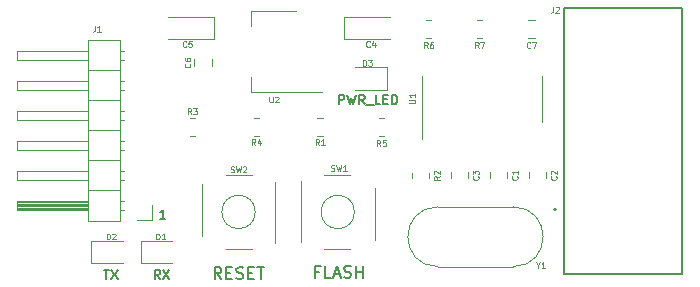
<source format=gbr>
%TF.GenerationSoftware,KiCad,Pcbnew,7.0.6*%
%TF.CreationDate,2024-04-30T21:30:12+02:00*%
%TF.ProjectId,F_Board_V1.1,465f426f-6172-4645-9f56-312e312e6b69,rev?*%
%TF.SameCoordinates,Original*%
%TF.FileFunction,Legend,Top*%
%TF.FilePolarity,Positive*%
%FSLAX46Y46*%
G04 Gerber Fmt 4.6, Leading zero omitted, Abs format (unit mm)*
G04 Created by KiCad (PCBNEW 7.0.6) date 2024-04-30 21:30:12*
%MOMM*%
%LPD*%
G01*
G04 APERTURE LIST*
%ADD10C,0.160000*%
%ADD11C,0.200000*%
%ADD12C,0.062500*%
%ADD13C,0.120000*%
%ADD14C,0.127000*%
G04 APERTURE END LIST*
D10*
X146852882Y-103393775D02*
X146586215Y-103012822D01*
X146395739Y-103393775D02*
X146395739Y-102593775D01*
X146395739Y-102593775D02*
X146700501Y-102593775D01*
X146700501Y-102593775D02*
X146776691Y-102631870D01*
X146776691Y-102631870D02*
X146814786Y-102669965D01*
X146814786Y-102669965D02*
X146852882Y-102746156D01*
X146852882Y-102746156D02*
X146852882Y-102860441D01*
X146852882Y-102860441D02*
X146814786Y-102936632D01*
X146814786Y-102936632D02*
X146776691Y-102974727D01*
X146776691Y-102974727D02*
X146700501Y-103012822D01*
X146700501Y-103012822D02*
X146395739Y-103012822D01*
X147119548Y-102593775D02*
X147652882Y-103393775D01*
X147652882Y-102593775D02*
X147119548Y-103393775D01*
D11*
X160303006Y-102743409D02*
X159969673Y-102743409D01*
X159969673Y-103267219D02*
X159969673Y-102267219D01*
X159969673Y-102267219D02*
X160445863Y-102267219D01*
X161303006Y-103267219D02*
X160826816Y-103267219D01*
X160826816Y-103267219D02*
X160826816Y-102267219D01*
X161588721Y-102981504D02*
X162064911Y-102981504D01*
X161493483Y-103267219D02*
X161826816Y-102267219D01*
X161826816Y-102267219D02*
X162160149Y-103267219D01*
X162445864Y-103219600D02*
X162588721Y-103267219D01*
X162588721Y-103267219D02*
X162826816Y-103267219D01*
X162826816Y-103267219D02*
X162922054Y-103219600D01*
X162922054Y-103219600D02*
X162969673Y-103171980D01*
X162969673Y-103171980D02*
X163017292Y-103076742D01*
X163017292Y-103076742D02*
X163017292Y-102981504D01*
X163017292Y-102981504D02*
X162969673Y-102886266D01*
X162969673Y-102886266D02*
X162922054Y-102838647D01*
X162922054Y-102838647D02*
X162826816Y-102791028D01*
X162826816Y-102791028D02*
X162636340Y-102743409D01*
X162636340Y-102743409D02*
X162541102Y-102695790D01*
X162541102Y-102695790D02*
X162493483Y-102648171D01*
X162493483Y-102648171D02*
X162445864Y-102552933D01*
X162445864Y-102552933D02*
X162445864Y-102457695D01*
X162445864Y-102457695D02*
X162493483Y-102362457D01*
X162493483Y-102362457D02*
X162541102Y-102314838D01*
X162541102Y-102314838D02*
X162636340Y-102267219D01*
X162636340Y-102267219D02*
X162874435Y-102267219D01*
X162874435Y-102267219D02*
X163017292Y-102314838D01*
X163445864Y-103267219D02*
X163445864Y-102267219D01*
X163445864Y-102743409D02*
X164017292Y-102743409D01*
X164017292Y-103267219D02*
X164017292Y-102267219D01*
D10*
X161995739Y-88593775D02*
X161995739Y-87793775D01*
X161995739Y-87793775D02*
X162300501Y-87793775D01*
X162300501Y-87793775D02*
X162376691Y-87831870D01*
X162376691Y-87831870D02*
X162414786Y-87869965D01*
X162414786Y-87869965D02*
X162452882Y-87946156D01*
X162452882Y-87946156D02*
X162452882Y-88060441D01*
X162452882Y-88060441D02*
X162414786Y-88136632D01*
X162414786Y-88136632D02*
X162376691Y-88174727D01*
X162376691Y-88174727D02*
X162300501Y-88212822D01*
X162300501Y-88212822D02*
X161995739Y-88212822D01*
X162719548Y-87793775D02*
X162910024Y-88593775D01*
X162910024Y-88593775D02*
X163062405Y-88022346D01*
X163062405Y-88022346D02*
X163214786Y-88593775D01*
X163214786Y-88593775D02*
X163405263Y-87793775D01*
X164167168Y-88593775D02*
X163900501Y-88212822D01*
X163710025Y-88593775D02*
X163710025Y-87793775D01*
X163710025Y-87793775D02*
X164014787Y-87793775D01*
X164014787Y-87793775D02*
X164090977Y-87831870D01*
X164090977Y-87831870D02*
X164129072Y-87869965D01*
X164129072Y-87869965D02*
X164167168Y-87946156D01*
X164167168Y-87946156D02*
X164167168Y-88060441D01*
X164167168Y-88060441D02*
X164129072Y-88136632D01*
X164129072Y-88136632D02*
X164090977Y-88174727D01*
X164090977Y-88174727D02*
X164014787Y-88212822D01*
X164014787Y-88212822D02*
X163710025Y-88212822D01*
X164319549Y-88669965D02*
X164929072Y-88669965D01*
X165500501Y-88593775D02*
X165119549Y-88593775D01*
X165119549Y-88593775D02*
X165119549Y-87793775D01*
X165767168Y-88174727D02*
X166033834Y-88174727D01*
X166148120Y-88593775D02*
X165767168Y-88593775D01*
X165767168Y-88593775D02*
X165767168Y-87793775D01*
X165767168Y-87793775D02*
X166148120Y-87793775D01*
X166490978Y-88593775D02*
X166490978Y-87793775D01*
X166490978Y-87793775D02*
X166681454Y-87793775D01*
X166681454Y-87793775D02*
X166795740Y-87831870D01*
X166795740Y-87831870D02*
X166871930Y-87908060D01*
X166871930Y-87908060D02*
X166910025Y-87984251D01*
X166910025Y-87984251D02*
X166948121Y-88136632D01*
X166948121Y-88136632D02*
X166948121Y-88250918D01*
X166948121Y-88250918D02*
X166910025Y-88403299D01*
X166910025Y-88403299D02*
X166871930Y-88479489D01*
X166871930Y-88479489D02*
X166795740Y-88555680D01*
X166795740Y-88555680D02*
X166681454Y-88593775D01*
X166681454Y-88593775D02*
X166490978Y-88593775D01*
X147314786Y-98293775D02*
X146857643Y-98293775D01*
X147086215Y-98293775D02*
X147086215Y-97493775D01*
X147086215Y-97493775D02*
X147010024Y-97608060D01*
X147010024Y-97608060D02*
X146933834Y-97684251D01*
X146933834Y-97684251D02*
X146857643Y-97722346D01*
X142081453Y-102593775D02*
X142538596Y-102593775D01*
X142310024Y-103393775D02*
X142310024Y-102593775D01*
X142729072Y-102593775D02*
X143262406Y-103393775D01*
X143262406Y-102593775D02*
X142729072Y-103393775D01*
D11*
X152041101Y-103367219D02*
X151707768Y-102891028D01*
X151469673Y-103367219D02*
X151469673Y-102367219D01*
X151469673Y-102367219D02*
X151850625Y-102367219D01*
X151850625Y-102367219D02*
X151945863Y-102414838D01*
X151945863Y-102414838D02*
X151993482Y-102462457D01*
X151993482Y-102462457D02*
X152041101Y-102557695D01*
X152041101Y-102557695D02*
X152041101Y-102700552D01*
X152041101Y-102700552D02*
X151993482Y-102795790D01*
X151993482Y-102795790D02*
X151945863Y-102843409D01*
X151945863Y-102843409D02*
X151850625Y-102891028D01*
X151850625Y-102891028D02*
X151469673Y-102891028D01*
X152469673Y-102843409D02*
X152803006Y-102843409D01*
X152945863Y-103367219D02*
X152469673Y-103367219D01*
X152469673Y-103367219D02*
X152469673Y-102367219D01*
X152469673Y-102367219D02*
X152945863Y-102367219D01*
X153326816Y-103319600D02*
X153469673Y-103367219D01*
X153469673Y-103367219D02*
X153707768Y-103367219D01*
X153707768Y-103367219D02*
X153803006Y-103319600D01*
X153803006Y-103319600D02*
X153850625Y-103271980D01*
X153850625Y-103271980D02*
X153898244Y-103176742D01*
X153898244Y-103176742D02*
X153898244Y-103081504D01*
X153898244Y-103081504D02*
X153850625Y-102986266D01*
X153850625Y-102986266D02*
X153803006Y-102938647D01*
X153803006Y-102938647D02*
X153707768Y-102891028D01*
X153707768Y-102891028D02*
X153517292Y-102843409D01*
X153517292Y-102843409D02*
X153422054Y-102795790D01*
X153422054Y-102795790D02*
X153374435Y-102748171D01*
X153374435Y-102748171D02*
X153326816Y-102652933D01*
X153326816Y-102652933D02*
X153326816Y-102557695D01*
X153326816Y-102557695D02*
X153374435Y-102462457D01*
X153374435Y-102462457D02*
X153422054Y-102414838D01*
X153422054Y-102414838D02*
X153517292Y-102367219D01*
X153517292Y-102367219D02*
X153755387Y-102367219D01*
X153755387Y-102367219D02*
X153898244Y-102414838D01*
X154326816Y-102843409D02*
X154660149Y-102843409D01*
X154803006Y-103367219D02*
X154326816Y-103367219D01*
X154326816Y-103367219D02*
X154326816Y-102367219D01*
X154326816Y-102367219D02*
X154803006Y-102367219D01*
X155088721Y-102367219D02*
X155660149Y-102367219D01*
X155374435Y-103367219D02*
X155374435Y-102367219D01*
D12*
X180380440Y-94683333D02*
X180404250Y-94707142D01*
X180404250Y-94707142D02*
X180428059Y-94778571D01*
X180428059Y-94778571D02*
X180428059Y-94826190D01*
X180428059Y-94826190D02*
X180404250Y-94897618D01*
X180404250Y-94897618D02*
X180356630Y-94945237D01*
X180356630Y-94945237D02*
X180309011Y-94969047D01*
X180309011Y-94969047D02*
X180213773Y-94992856D01*
X180213773Y-94992856D02*
X180142345Y-94992856D01*
X180142345Y-94992856D02*
X180047107Y-94969047D01*
X180047107Y-94969047D02*
X179999488Y-94945237D01*
X179999488Y-94945237D02*
X179951869Y-94897618D01*
X179951869Y-94897618D02*
X179928059Y-94826190D01*
X179928059Y-94826190D02*
X179928059Y-94778571D01*
X179928059Y-94778571D02*
X179951869Y-94707142D01*
X179951869Y-94707142D02*
X179975678Y-94683333D01*
X179975678Y-94492856D02*
X179951869Y-94469047D01*
X179951869Y-94469047D02*
X179928059Y-94421428D01*
X179928059Y-94421428D02*
X179928059Y-94302380D01*
X179928059Y-94302380D02*
X179951869Y-94254761D01*
X179951869Y-94254761D02*
X179975678Y-94230952D01*
X179975678Y-94230952D02*
X180023297Y-94207142D01*
X180023297Y-94207142D02*
X180070916Y-94207142D01*
X180070916Y-94207142D02*
X180142345Y-94230952D01*
X180142345Y-94230952D02*
X180428059Y-94516666D01*
X180428059Y-94516666D02*
X180428059Y-94207142D01*
X173816666Y-83828059D02*
X173650000Y-83589964D01*
X173530952Y-83828059D02*
X173530952Y-83328059D01*
X173530952Y-83328059D02*
X173721428Y-83328059D01*
X173721428Y-83328059D02*
X173769047Y-83351869D01*
X173769047Y-83351869D02*
X173792857Y-83375678D01*
X173792857Y-83375678D02*
X173816666Y-83423297D01*
X173816666Y-83423297D02*
X173816666Y-83494726D01*
X173816666Y-83494726D02*
X173792857Y-83542345D01*
X173792857Y-83542345D02*
X173769047Y-83566154D01*
X173769047Y-83566154D02*
X173721428Y-83589964D01*
X173721428Y-83589964D02*
X173530952Y-83589964D01*
X173983333Y-83328059D02*
X174316666Y-83328059D01*
X174316666Y-83328059D02*
X174102381Y-83828059D01*
X173780440Y-94683333D02*
X173804250Y-94707142D01*
X173804250Y-94707142D02*
X173828059Y-94778571D01*
X173828059Y-94778571D02*
X173828059Y-94826190D01*
X173828059Y-94826190D02*
X173804250Y-94897618D01*
X173804250Y-94897618D02*
X173756630Y-94945237D01*
X173756630Y-94945237D02*
X173709011Y-94969047D01*
X173709011Y-94969047D02*
X173613773Y-94992856D01*
X173613773Y-94992856D02*
X173542345Y-94992856D01*
X173542345Y-94992856D02*
X173447107Y-94969047D01*
X173447107Y-94969047D02*
X173399488Y-94945237D01*
X173399488Y-94945237D02*
X173351869Y-94897618D01*
X173351869Y-94897618D02*
X173328059Y-94826190D01*
X173328059Y-94826190D02*
X173328059Y-94778571D01*
X173328059Y-94778571D02*
X173351869Y-94707142D01*
X173351869Y-94707142D02*
X173375678Y-94683333D01*
X173328059Y-94516666D02*
X173328059Y-94207142D01*
X173328059Y-94207142D02*
X173518535Y-94373809D01*
X173518535Y-94373809D02*
X173518535Y-94302380D01*
X173518535Y-94302380D02*
X173542345Y-94254761D01*
X173542345Y-94254761D02*
X173566154Y-94230952D01*
X173566154Y-94230952D02*
X173613773Y-94207142D01*
X173613773Y-94207142D02*
X173732821Y-94207142D01*
X173732821Y-94207142D02*
X173780440Y-94230952D01*
X173780440Y-94230952D02*
X173804250Y-94254761D01*
X173804250Y-94254761D02*
X173828059Y-94302380D01*
X173828059Y-94302380D02*
X173828059Y-94445237D01*
X173828059Y-94445237D02*
X173804250Y-94492856D01*
X173804250Y-94492856D02*
X173780440Y-94516666D01*
X152833334Y-94304250D02*
X152904762Y-94328059D01*
X152904762Y-94328059D02*
X153023810Y-94328059D01*
X153023810Y-94328059D02*
X153071429Y-94304250D01*
X153071429Y-94304250D02*
X153095238Y-94280440D01*
X153095238Y-94280440D02*
X153119048Y-94232821D01*
X153119048Y-94232821D02*
X153119048Y-94185202D01*
X153119048Y-94185202D02*
X153095238Y-94137583D01*
X153095238Y-94137583D02*
X153071429Y-94113773D01*
X153071429Y-94113773D02*
X153023810Y-94089964D01*
X153023810Y-94089964D02*
X152928572Y-94066154D01*
X152928572Y-94066154D02*
X152880953Y-94042345D01*
X152880953Y-94042345D02*
X152857143Y-94018535D01*
X152857143Y-94018535D02*
X152833334Y-93970916D01*
X152833334Y-93970916D02*
X152833334Y-93923297D01*
X152833334Y-93923297D02*
X152857143Y-93875678D01*
X152857143Y-93875678D02*
X152880953Y-93851869D01*
X152880953Y-93851869D02*
X152928572Y-93828059D01*
X152928572Y-93828059D02*
X153047619Y-93828059D01*
X153047619Y-93828059D02*
X153119048Y-93851869D01*
X153285714Y-93828059D02*
X153404762Y-94328059D01*
X153404762Y-94328059D02*
X153500000Y-93970916D01*
X153500000Y-93970916D02*
X153595238Y-94328059D01*
X153595238Y-94328059D02*
X153714286Y-93828059D01*
X153880953Y-93875678D02*
X153904762Y-93851869D01*
X153904762Y-93851869D02*
X153952381Y-93828059D01*
X153952381Y-93828059D02*
X154071429Y-93828059D01*
X154071429Y-93828059D02*
X154119048Y-93851869D01*
X154119048Y-93851869D02*
X154142857Y-93875678D01*
X154142857Y-93875678D02*
X154166667Y-93923297D01*
X154166667Y-93923297D02*
X154166667Y-93970916D01*
X154166667Y-93970916D02*
X154142857Y-94042345D01*
X154142857Y-94042345D02*
X153857143Y-94328059D01*
X153857143Y-94328059D02*
X154166667Y-94328059D01*
X164616666Y-83680440D02*
X164592857Y-83704250D01*
X164592857Y-83704250D02*
X164521428Y-83728059D01*
X164521428Y-83728059D02*
X164473809Y-83728059D01*
X164473809Y-83728059D02*
X164402381Y-83704250D01*
X164402381Y-83704250D02*
X164354762Y-83656630D01*
X164354762Y-83656630D02*
X164330952Y-83609011D01*
X164330952Y-83609011D02*
X164307143Y-83513773D01*
X164307143Y-83513773D02*
X164307143Y-83442345D01*
X164307143Y-83442345D02*
X164330952Y-83347107D01*
X164330952Y-83347107D02*
X164354762Y-83299488D01*
X164354762Y-83299488D02*
X164402381Y-83251869D01*
X164402381Y-83251869D02*
X164473809Y-83228059D01*
X164473809Y-83228059D02*
X164521428Y-83228059D01*
X164521428Y-83228059D02*
X164592857Y-83251869D01*
X164592857Y-83251869D02*
X164616666Y-83275678D01*
X165045238Y-83394726D02*
X165045238Y-83728059D01*
X164926190Y-83204250D02*
X164807143Y-83561392D01*
X164807143Y-83561392D02*
X165116666Y-83561392D01*
X161333334Y-94204250D02*
X161404762Y-94228059D01*
X161404762Y-94228059D02*
X161523810Y-94228059D01*
X161523810Y-94228059D02*
X161571429Y-94204250D01*
X161571429Y-94204250D02*
X161595238Y-94180440D01*
X161595238Y-94180440D02*
X161619048Y-94132821D01*
X161619048Y-94132821D02*
X161619048Y-94085202D01*
X161619048Y-94085202D02*
X161595238Y-94037583D01*
X161595238Y-94037583D02*
X161571429Y-94013773D01*
X161571429Y-94013773D02*
X161523810Y-93989964D01*
X161523810Y-93989964D02*
X161428572Y-93966154D01*
X161428572Y-93966154D02*
X161380953Y-93942345D01*
X161380953Y-93942345D02*
X161357143Y-93918535D01*
X161357143Y-93918535D02*
X161333334Y-93870916D01*
X161333334Y-93870916D02*
X161333334Y-93823297D01*
X161333334Y-93823297D02*
X161357143Y-93775678D01*
X161357143Y-93775678D02*
X161380953Y-93751869D01*
X161380953Y-93751869D02*
X161428572Y-93728059D01*
X161428572Y-93728059D02*
X161547619Y-93728059D01*
X161547619Y-93728059D02*
X161619048Y-93751869D01*
X161785714Y-93728059D02*
X161904762Y-94228059D01*
X161904762Y-94228059D02*
X162000000Y-93870916D01*
X162000000Y-93870916D02*
X162095238Y-94228059D01*
X162095238Y-94228059D02*
X162214286Y-93728059D01*
X162666667Y-94228059D02*
X162380953Y-94228059D01*
X162523810Y-94228059D02*
X162523810Y-93728059D01*
X162523810Y-93728059D02*
X162476191Y-93799488D01*
X162476191Y-93799488D02*
X162428572Y-93847107D01*
X162428572Y-93847107D02*
X162380953Y-93870916D01*
X167928059Y-88480952D02*
X168332821Y-88480952D01*
X168332821Y-88480952D02*
X168380440Y-88457142D01*
X168380440Y-88457142D02*
X168404250Y-88433333D01*
X168404250Y-88433333D02*
X168428059Y-88385714D01*
X168428059Y-88385714D02*
X168428059Y-88290476D01*
X168428059Y-88290476D02*
X168404250Y-88242857D01*
X168404250Y-88242857D02*
X168380440Y-88219047D01*
X168380440Y-88219047D02*
X168332821Y-88195238D01*
X168332821Y-88195238D02*
X167928059Y-88195238D01*
X168428059Y-87695237D02*
X168428059Y-87980951D01*
X168428059Y-87838094D02*
X167928059Y-87838094D01*
X167928059Y-87838094D02*
X167999488Y-87885713D01*
X167999488Y-87885713D02*
X168047107Y-87933332D01*
X168047107Y-87933332D02*
X168070916Y-87980951D01*
X160316666Y-92028059D02*
X160150000Y-91789964D01*
X160030952Y-92028059D02*
X160030952Y-91528059D01*
X160030952Y-91528059D02*
X160221428Y-91528059D01*
X160221428Y-91528059D02*
X160269047Y-91551869D01*
X160269047Y-91551869D02*
X160292857Y-91575678D01*
X160292857Y-91575678D02*
X160316666Y-91623297D01*
X160316666Y-91623297D02*
X160316666Y-91694726D01*
X160316666Y-91694726D02*
X160292857Y-91742345D01*
X160292857Y-91742345D02*
X160269047Y-91766154D01*
X160269047Y-91766154D02*
X160221428Y-91789964D01*
X160221428Y-91789964D02*
X160030952Y-91789964D01*
X160792857Y-92028059D02*
X160507143Y-92028059D01*
X160650000Y-92028059D02*
X160650000Y-91528059D01*
X160650000Y-91528059D02*
X160602381Y-91599488D01*
X160602381Y-91599488D02*
X160554762Y-91647107D01*
X160554762Y-91647107D02*
X160507143Y-91670916D01*
X178861905Y-102189964D02*
X178861905Y-102428059D01*
X178695239Y-101928059D02*
X178861905Y-102189964D01*
X178861905Y-102189964D02*
X179028572Y-101928059D01*
X179457143Y-102428059D02*
X179171429Y-102428059D01*
X179314286Y-102428059D02*
X179314286Y-101928059D01*
X179314286Y-101928059D02*
X179266667Y-101999488D01*
X179266667Y-101999488D02*
X179219048Y-102047107D01*
X179219048Y-102047107D02*
X179171429Y-102070916D01*
X169516666Y-83828059D02*
X169350000Y-83589964D01*
X169230952Y-83828059D02*
X169230952Y-83328059D01*
X169230952Y-83328059D02*
X169421428Y-83328059D01*
X169421428Y-83328059D02*
X169469047Y-83351869D01*
X169469047Y-83351869D02*
X169492857Y-83375678D01*
X169492857Y-83375678D02*
X169516666Y-83423297D01*
X169516666Y-83423297D02*
X169516666Y-83494726D01*
X169516666Y-83494726D02*
X169492857Y-83542345D01*
X169492857Y-83542345D02*
X169469047Y-83566154D01*
X169469047Y-83566154D02*
X169421428Y-83589964D01*
X169421428Y-83589964D02*
X169230952Y-83589964D01*
X169945238Y-83328059D02*
X169850000Y-83328059D01*
X169850000Y-83328059D02*
X169802381Y-83351869D01*
X169802381Y-83351869D02*
X169778571Y-83375678D01*
X169778571Y-83375678D02*
X169730952Y-83447107D01*
X169730952Y-83447107D02*
X169707143Y-83542345D01*
X169707143Y-83542345D02*
X169707143Y-83732821D01*
X169707143Y-83732821D02*
X169730952Y-83780440D01*
X169730952Y-83780440D02*
X169754762Y-83804250D01*
X169754762Y-83804250D02*
X169802381Y-83828059D01*
X169802381Y-83828059D02*
X169897619Y-83828059D01*
X169897619Y-83828059D02*
X169945238Y-83804250D01*
X169945238Y-83804250D02*
X169969047Y-83780440D01*
X169969047Y-83780440D02*
X169992857Y-83732821D01*
X169992857Y-83732821D02*
X169992857Y-83613773D01*
X169992857Y-83613773D02*
X169969047Y-83566154D01*
X169969047Y-83566154D02*
X169945238Y-83542345D01*
X169945238Y-83542345D02*
X169897619Y-83518535D01*
X169897619Y-83518535D02*
X169802381Y-83518535D01*
X169802381Y-83518535D02*
X169754762Y-83542345D01*
X169754762Y-83542345D02*
X169730952Y-83566154D01*
X169730952Y-83566154D02*
X169707143Y-83613773D01*
X149380440Y-85133333D02*
X149404250Y-85157142D01*
X149404250Y-85157142D02*
X149428059Y-85228571D01*
X149428059Y-85228571D02*
X149428059Y-85276190D01*
X149428059Y-85276190D02*
X149404250Y-85347618D01*
X149404250Y-85347618D02*
X149356630Y-85395237D01*
X149356630Y-85395237D02*
X149309011Y-85419047D01*
X149309011Y-85419047D02*
X149213773Y-85442856D01*
X149213773Y-85442856D02*
X149142345Y-85442856D01*
X149142345Y-85442856D02*
X149047107Y-85419047D01*
X149047107Y-85419047D02*
X148999488Y-85395237D01*
X148999488Y-85395237D02*
X148951869Y-85347618D01*
X148951869Y-85347618D02*
X148928059Y-85276190D01*
X148928059Y-85276190D02*
X148928059Y-85228571D01*
X148928059Y-85228571D02*
X148951869Y-85157142D01*
X148951869Y-85157142D02*
X148975678Y-85133333D01*
X148928059Y-84704761D02*
X148928059Y-84799999D01*
X148928059Y-84799999D02*
X148951869Y-84847618D01*
X148951869Y-84847618D02*
X148975678Y-84871428D01*
X148975678Y-84871428D02*
X149047107Y-84919047D01*
X149047107Y-84919047D02*
X149142345Y-84942856D01*
X149142345Y-84942856D02*
X149332821Y-84942856D01*
X149332821Y-84942856D02*
X149380440Y-84919047D01*
X149380440Y-84919047D02*
X149404250Y-84895237D01*
X149404250Y-84895237D02*
X149428059Y-84847618D01*
X149428059Y-84847618D02*
X149428059Y-84752380D01*
X149428059Y-84752380D02*
X149404250Y-84704761D01*
X149404250Y-84704761D02*
X149380440Y-84680952D01*
X149380440Y-84680952D02*
X149332821Y-84657142D01*
X149332821Y-84657142D02*
X149213773Y-84657142D01*
X149213773Y-84657142D02*
X149166154Y-84680952D01*
X149166154Y-84680952D02*
X149142345Y-84704761D01*
X149142345Y-84704761D02*
X149118535Y-84752380D01*
X149118535Y-84752380D02*
X149118535Y-84847618D01*
X149118535Y-84847618D02*
X149142345Y-84895237D01*
X149142345Y-84895237D02*
X149166154Y-84919047D01*
X149166154Y-84919047D02*
X149213773Y-84942856D01*
X156119047Y-87928059D02*
X156119047Y-88332821D01*
X156119047Y-88332821D02*
X156142857Y-88380440D01*
X156142857Y-88380440D02*
X156166666Y-88404250D01*
X156166666Y-88404250D02*
X156214285Y-88428059D01*
X156214285Y-88428059D02*
X156309523Y-88428059D01*
X156309523Y-88428059D02*
X156357142Y-88404250D01*
X156357142Y-88404250D02*
X156380952Y-88380440D01*
X156380952Y-88380440D02*
X156404761Y-88332821D01*
X156404761Y-88332821D02*
X156404761Y-87928059D01*
X156619048Y-87975678D02*
X156642857Y-87951869D01*
X156642857Y-87951869D02*
X156690476Y-87928059D01*
X156690476Y-87928059D02*
X156809524Y-87928059D01*
X156809524Y-87928059D02*
X156857143Y-87951869D01*
X156857143Y-87951869D02*
X156880952Y-87975678D01*
X156880952Y-87975678D02*
X156904762Y-88023297D01*
X156904762Y-88023297D02*
X156904762Y-88070916D01*
X156904762Y-88070916D02*
X156880952Y-88142345D01*
X156880952Y-88142345D02*
X156595238Y-88428059D01*
X156595238Y-88428059D02*
X156904762Y-88428059D01*
X177080440Y-94683333D02*
X177104250Y-94707142D01*
X177104250Y-94707142D02*
X177128059Y-94778571D01*
X177128059Y-94778571D02*
X177128059Y-94826190D01*
X177128059Y-94826190D02*
X177104250Y-94897618D01*
X177104250Y-94897618D02*
X177056630Y-94945237D01*
X177056630Y-94945237D02*
X177009011Y-94969047D01*
X177009011Y-94969047D02*
X176913773Y-94992856D01*
X176913773Y-94992856D02*
X176842345Y-94992856D01*
X176842345Y-94992856D02*
X176747107Y-94969047D01*
X176747107Y-94969047D02*
X176699488Y-94945237D01*
X176699488Y-94945237D02*
X176651869Y-94897618D01*
X176651869Y-94897618D02*
X176628059Y-94826190D01*
X176628059Y-94826190D02*
X176628059Y-94778571D01*
X176628059Y-94778571D02*
X176651869Y-94707142D01*
X176651869Y-94707142D02*
X176675678Y-94683333D01*
X177128059Y-94207142D02*
X177128059Y-94492856D01*
X177128059Y-94349999D02*
X176628059Y-94349999D01*
X176628059Y-94349999D02*
X176699488Y-94397618D01*
X176699488Y-94397618D02*
X176747107Y-94445237D01*
X176747107Y-94445237D02*
X176770916Y-94492856D01*
X149516666Y-89428059D02*
X149350000Y-89189964D01*
X149230952Y-89428059D02*
X149230952Y-88928059D01*
X149230952Y-88928059D02*
X149421428Y-88928059D01*
X149421428Y-88928059D02*
X149469047Y-88951869D01*
X149469047Y-88951869D02*
X149492857Y-88975678D01*
X149492857Y-88975678D02*
X149516666Y-89023297D01*
X149516666Y-89023297D02*
X149516666Y-89094726D01*
X149516666Y-89094726D02*
X149492857Y-89142345D01*
X149492857Y-89142345D02*
X149469047Y-89166154D01*
X149469047Y-89166154D02*
X149421428Y-89189964D01*
X149421428Y-89189964D02*
X149230952Y-89189964D01*
X149683333Y-88928059D02*
X149992857Y-88928059D01*
X149992857Y-88928059D02*
X149826190Y-89118535D01*
X149826190Y-89118535D02*
X149897619Y-89118535D01*
X149897619Y-89118535D02*
X149945238Y-89142345D01*
X149945238Y-89142345D02*
X149969047Y-89166154D01*
X149969047Y-89166154D02*
X149992857Y-89213773D01*
X149992857Y-89213773D02*
X149992857Y-89332821D01*
X149992857Y-89332821D02*
X149969047Y-89380440D01*
X149969047Y-89380440D02*
X149945238Y-89404250D01*
X149945238Y-89404250D02*
X149897619Y-89428059D01*
X149897619Y-89428059D02*
X149754762Y-89428059D01*
X149754762Y-89428059D02*
X149707143Y-89404250D01*
X149707143Y-89404250D02*
X149683333Y-89380440D01*
X146530952Y-100028059D02*
X146530952Y-99528059D01*
X146530952Y-99528059D02*
X146650000Y-99528059D01*
X146650000Y-99528059D02*
X146721428Y-99551869D01*
X146721428Y-99551869D02*
X146769047Y-99599488D01*
X146769047Y-99599488D02*
X146792857Y-99647107D01*
X146792857Y-99647107D02*
X146816666Y-99742345D01*
X146816666Y-99742345D02*
X146816666Y-99813773D01*
X146816666Y-99813773D02*
X146792857Y-99909011D01*
X146792857Y-99909011D02*
X146769047Y-99956630D01*
X146769047Y-99956630D02*
X146721428Y-100004250D01*
X146721428Y-100004250D02*
X146650000Y-100028059D01*
X146650000Y-100028059D02*
X146530952Y-100028059D01*
X147292857Y-100028059D02*
X147007143Y-100028059D01*
X147150000Y-100028059D02*
X147150000Y-99528059D01*
X147150000Y-99528059D02*
X147102381Y-99599488D01*
X147102381Y-99599488D02*
X147054762Y-99647107D01*
X147054762Y-99647107D02*
X147007143Y-99670916D01*
X180133333Y-80328059D02*
X180133333Y-80685202D01*
X180133333Y-80685202D02*
X180109524Y-80756630D01*
X180109524Y-80756630D02*
X180061905Y-80804250D01*
X180061905Y-80804250D02*
X179990476Y-80828059D01*
X179990476Y-80828059D02*
X179942857Y-80828059D01*
X180347619Y-80375678D02*
X180371428Y-80351869D01*
X180371428Y-80351869D02*
X180419047Y-80328059D01*
X180419047Y-80328059D02*
X180538095Y-80328059D01*
X180538095Y-80328059D02*
X180585714Y-80351869D01*
X180585714Y-80351869D02*
X180609523Y-80375678D01*
X180609523Y-80375678D02*
X180633333Y-80423297D01*
X180633333Y-80423297D02*
X180633333Y-80470916D01*
X180633333Y-80470916D02*
X180609523Y-80542345D01*
X180609523Y-80542345D02*
X180323809Y-80828059D01*
X180323809Y-80828059D02*
X180633333Y-80828059D01*
X178216666Y-83780440D02*
X178192857Y-83804250D01*
X178192857Y-83804250D02*
X178121428Y-83828059D01*
X178121428Y-83828059D02*
X178073809Y-83828059D01*
X178073809Y-83828059D02*
X178002381Y-83804250D01*
X178002381Y-83804250D02*
X177954762Y-83756630D01*
X177954762Y-83756630D02*
X177930952Y-83709011D01*
X177930952Y-83709011D02*
X177907143Y-83613773D01*
X177907143Y-83613773D02*
X177907143Y-83542345D01*
X177907143Y-83542345D02*
X177930952Y-83447107D01*
X177930952Y-83447107D02*
X177954762Y-83399488D01*
X177954762Y-83399488D02*
X178002381Y-83351869D01*
X178002381Y-83351869D02*
X178073809Y-83328059D01*
X178073809Y-83328059D02*
X178121428Y-83328059D01*
X178121428Y-83328059D02*
X178192857Y-83351869D01*
X178192857Y-83351869D02*
X178216666Y-83375678D01*
X178383333Y-83328059D02*
X178716666Y-83328059D01*
X178716666Y-83328059D02*
X178502381Y-83828059D01*
X142330952Y-100028059D02*
X142330952Y-99528059D01*
X142330952Y-99528059D02*
X142450000Y-99528059D01*
X142450000Y-99528059D02*
X142521428Y-99551869D01*
X142521428Y-99551869D02*
X142569047Y-99599488D01*
X142569047Y-99599488D02*
X142592857Y-99647107D01*
X142592857Y-99647107D02*
X142616666Y-99742345D01*
X142616666Y-99742345D02*
X142616666Y-99813773D01*
X142616666Y-99813773D02*
X142592857Y-99909011D01*
X142592857Y-99909011D02*
X142569047Y-99956630D01*
X142569047Y-99956630D02*
X142521428Y-100004250D01*
X142521428Y-100004250D02*
X142450000Y-100028059D01*
X142450000Y-100028059D02*
X142330952Y-100028059D01*
X142807143Y-99575678D02*
X142830952Y-99551869D01*
X142830952Y-99551869D02*
X142878571Y-99528059D01*
X142878571Y-99528059D02*
X142997619Y-99528059D01*
X142997619Y-99528059D02*
X143045238Y-99551869D01*
X143045238Y-99551869D02*
X143069047Y-99575678D01*
X143069047Y-99575678D02*
X143092857Y-99623297D01*
X143092857Y-99623297D02*
X143092857Y-99670916D01*
X143092857Y-99670916D02*
X143069047Y-99742345D01*
X143069047Y-99742345D02*
X142783333Y-100028059D01*
X142783333Y-100028059D02*
X143092857Y-100028059D01*
X154916666Y-92028059D02*
X154750000Y-91789964D01*
X154630952Y-92028059D02*
X154630952Y-91528059D01*
X154630952Y-91528059D02*
X154821428Y-91528059D01*
X154821428Y-91528059D02*
X154869047Y-91551869D01*
X154869047Y-91551869D02*
X154892857Y-91575678D01*
X154892857Y-91575678D02*
X154916666Y-91623297D01*
X154916666Y-91623297D02*
X154916666Y-91694726D01*
X154916666Y-91694726D02*
X154892857Y-91742345D01*
X154892857Y-91742345D02*
X154869047Y-91766154D01*
X154869047Y-91766154D02*
X154821428Y-91789964D01*
X154821428Y-91789964D02*
X154630952Y-91789964D01*
X155345238Y-91694726D02*
X155345238Y-92028059D01*
X155226190Y-91504250D02*
X155107143Y-91861392D01*
X155107143Y-91861392D02*
X155416666Y-91861392D01*
X170528059Y-94683333D02*
X170289964Y-94849999D01*
X170528059Y-94969047D02*
X170028059Y-94969047D01*
X170028059Y-94969047D02*
X170028059Y-94778571D01*
X170028059Y-94778571D02*
X170051869Y-94730952D01*
X170051869Y-94730952D02*
X170075678Y-94707142D01*
X170075678Y-94707142D02*
X170123297Y-94683333D01*
X170123297Y-94683333D02*
X170194726Y-94683333D01*
X170194726Y-94683333D02*
X170242345Y-94707142D01*
X170242345Y-94707142D02*
X170266154Y-94730952D01*
X170266154Y-94730952D02*
X170289964Y-94778571D01*
X170289964Y-94778571D02*
X170289964Y-94969047D01*
X170075678Y-94492856D02*
X170051869Y-94469047D01*
X170051869Y-94469047D02*
X170028059Y-94421428D01*
X170028059Y-94421428D02*
X170028059Y-94302380D01*
X170028059Y-94302380D02*
X170051869Y-94254761D01*
X170051869Y-94254761D02*
X170075678Y-94230952D01*
X170075678Y-94230952D02*
X170123297Y-94207142D01*
X170123297Y-94207142D02*
X170170916Y-94207142D01*
X170170916Y-94207142D02*
X170242345Y-94230952D01*
X170242345Y-94230952D02*
X170528059Y-94516666D01*
X170528059Y-94516666D02*
X170528059Y-94207142D01*
X164030952Y-85328059D02*
X164030952Y-84828059D01*
X164030952Y-84828059D02*
X164150000Y-84828059D01*
X164150000Y-84828059D02*
X164221428Y-84851869D01*
X164221428Y-84851869D02*
X164269047Y-84899488D01*
X164269047Y-84899488D02*
X164292857Y-84947107D01*
X164292857Y-84947107D02*
X164316666Y-85042345D01*
X164316666Y-85042345D02*
X164316666Y-85113773D01*
X164316666Y-85113773D02*
X164292857Y-85209011D01*
X164292857Y-85209011D02*
X164269047Y-85256630D01*
X164269047Y-85256630D02*
X164221428Y-85304250D01*
X164221428Y-85304250D02*
X164150000Y-85328059D01*
X164150000Y-85328059D02*
X164030952Y-85328059D01*
X164483333Y-84828059D02*
X164792857Y-84828059D01*
X164792857Y-84828059D02*
X164626190Y-85018535D01*
X164626190Y-85018535D02*
X164697619Y-85018535D01*
X164697619Y-85018535D02*
X164745238Y-85042345D01*
X164745238Y-85042345D02*
X164769047Y-85066154D01*
X164769047Y-85066154D02*
X164792857Y-85113773D01*
X164792857Y-85113773D02*
X164792857Y-85232821D01*
X164792857Y-85232821D02*
X164769047Y-85280440D01*
X164769047Y-85280440D02*
X164745238Y-85304250D01*
X164745238Y-85304250D02*
X164697619Y-85328059D01*
X164697619Y-85328059D02*
X164554762Y-85328059D01*
X164554762Y-85328059D02*
X164507143Y-85304250D01*
X164507143Y-85304250D02*
X164483333Y-85280440D01*
X149066666Y-83680440D02*
X149042857Y-83704250D01*
X149042857Y-83704250D02*
X148971428Y-83728059D01*
X148971428Y-83728059D02*
X148923809Y-83728059D01*
X148923809Y-83728059D02*
X148852381Y-83704250D01*
X148852381Y-83704250D02*
X148804762Y-83656630D01*
X148804762Y-83656630D02*
X148780952Y-83609011D01*
X148780952Y-83609011D02*
X148757143Y-83513773D01*
X148757143Y-83513773D02*
X148757143Y-83442345D01*
X148757143Y-83442345D02*
X148780952Y-83347107D01*
X148780952Y-83347107D02*
X148804762Y-83299488D01*
X148804762Y-83299488D02*
X148852381Y-83251869D01*
X148852381Y-83251869D02*
X148923809Y-83228059D01*
X148923809Y-83228059D02*
X148971428Y-83228059D01*
X148971428Y-83228059D02*
X149042857Y-83251869D01*
X149042857Y-83251869D02*
X149066666Y-83275678D01*
X149519047Y-83228059D02*
X149280952Y-83228059D01*
X149280952Y-83228059D02*
X149257143Y-83466154D01*
X149257143Y-83466154D02*
X149280952Y-83442345D01*
X149280952Y-83442345D02*
X149328571Y-83418535D01*
X149328571Y-83418535D02*
X149447619Y-83418535D01*
X149447619Y-83418535D02*
X149495238Y-83442345D01*
X149495238Y-83442345D02*
X149519047Y-83466154D01*
X149519047Y-83466154D02*
X149542857Y-83513773D01*
X149542857Y-83513773D02*
X149542857Y-83632821D01*
X149542857Y-83632821D02*
X149519047Y-83680440D01*
X149519047Y-83680440D02*
X149495238Y-83704250D01*
X149495238Y-83704250D02*
X149447619Y-83728059D01*
X149447619Y-83728059D02*
X149328571Y-83728059D01*
X149328571Y-83728059D02*
X149280952Y-83704250D01*
X149280952Y-83704250D02*
X149257143Y-83680440D01*
X165516666Y-92128059D02*
X165350000Y-91889964D01*
X165230952Y-92128059D02*
X165230952Y-91628059D01*
X165230952Y-91628059D02*
X165421428Y-91628059D01*
X165421428Y-91628059D02*
X165469047Y-91651869D01*
X165469047Y-91651869D02*
X165492857Y-91675678D01*
X165492857Y-91675678D02*
X165516666Y-91723297D01*
X165516666Y-91723297D02*
X165516666Y-91794726D01*
X165516666Y-91794726D02*
X165492857Y-91842345D01*
X165492857Y-91842345D02*
X165469047Y-91866154D01*
X165469047Y-91866154D02*
X165421428Y-91889964D01*
X165421428Y-91889964D02*
X165230952Y-91889964D01*
X165969047Y-91628059D02*
X165730952Y-91628059D01*
X165730952Y-91628059D02*
X165707143Y-91866154D01*
X165707143Y-91866154D02*
X165730952Y-91842345D01*
X165730952Y-91842345D02*
X165778571Y-91818535D01*
X165778571Y-91818535D02*
X165897619Y-91818535D01*
X165897619Y-91818535D02*
X165945238Y-91842345D01*
X165945238Y-91842345D02*
X165969047Y-91866154D01*
X165969047Y-91866154D02*
X165992857Y-91913773D01*
X165992857Y-91913773D02*
X165992857Y-92032821D01*
X165992857Y-92032821D02*
X165969047Y-92080440D01*
X165969047Y-92080440D02*
X165945238Y-92104250D01*
X165945238Y-92104250D02*
X165897619Y-92128059D01*
X165897619Y-92128059D02*
X165778571Y-92128059D01*
X165778571Y-92128059D02*
X165730952Y-92104250D01*
X165730952Y-92104250D02*
X165707143Y-92080440D01*
X141333333Y-81928059D02*
X141333333Y-82285202D01*
X141333333Y-82285202D02*
X141309524Y-82356630D01*
X141309524Y-82356630D02*
X141261905Y-82404250D01*
X141261905Y-82404250D02*
X141190476Y-82428059D01*
X141190476Y-82428059D02*
X141142857Y-82428059D01*
X141833333Y-82428059D02*
X141547619Y-82428059D01*
X141690476Y-82428059D02*
X141690476Y-81928059D01*
X141690476Y-81928059D02*
X141642857Y-81999488D01*
X141642857Y-81999488D02*
X141595238Y-82047107D01*
X141595238Y-82047107D02*
X141547619Y-82070916D01*
D13*
%TO.C,C2*%
X179535000Y-94338748D02*
X179535000Y-94861252D01*
X178065000Y-94338748D02*
X178065000Y-94861252D01*
%TO.C,R7*%
X173672936Y-81465000D02*
X174127064Y-81465000D01*
X173672936Y-82935000D02*
X174127064Y-82935000D01*
%TO.C,C3*%
X172935000Y-94338748D02*
X172935000Y-94861252D01*
X171465000Y-94338748D02*
X171465000Y-94861252D01*
%TO.C,SW2*%
X154650000Y-100820000D02*
X152450000Y-100820000D01*
X156620000Y-100350000D02*
X156620000Y-95150000D01*
X150380000Y-99750000D02*
X150380000Y-95350000D01*
X152450000Y-94580000D02*
X154650000Y-94580000D01*
X154914214Y-97700000D02*
G75*
G03*
X154914214Y-97700000I-1414214J0D01*
G01*
%TO.C,C4*%
X162390000Y-81165000D02*
X162390000Y-83035000D01*
X162390000Y-83035000D02*
X166300000Y-83035000D01*
X166300000Y-81165000D02*
X162390000Y-81165000D01*
%TO.C,SW1*%
X160750000Y-94580000D02*
X162950000Y-94580000D01*
X158780000Y-95050000D02*
X158780000Y-100250000D01*
X165020000Y-95650000D02*
X165020000Y-100050000D01*
X162950000Y-100820000D02*
X160750000Y-100820000D01*
X163314214Y-97700000D02*
G75*
G03*
X163314214Y-97700000I-1414214J0D01*
G01*
%TO.C,U1*%
X169040000Y-88100000D02*
X169040000Y-91550000D01*
X169040000Y-88100000D02*
X169040000Y-86150000D01*
X179160000Y-88100000D02*
X179160000Y-90050000D01*
X179160000Y-88100000D02*
X179160000Y-86150000D01*
%TO.C,R1*%
X160627064Y-91235000D02*
X160172936Y-91235000D01*
X160627064Y-89765000D02*
X160172936Y-89765000D01*
%TO.C,Y1*%
X170360000Y-97275000D02*
X176760000Y-97275000D01*
X170360000Y-102325000D02*
X176760000Y-102325000D01*
X170360000Y-97275000D02*
G75*
G03*
X170360000Y-102325000I0J-2525000D01*
G01*
X176760000Y-102325000D02*
G75*
G03*
X176760000Y-97275000I0J2525000D01*
G01*
%TO.C,R6*%
X169372936Y-81465000D02*
X169827064Y-81465000D01*
X169372936Y-82935000D02*
X169827064Y-82935000D01*
%TO.C,C6*%
X151235000Y-84788748D02*
X151235000Y-85311252D01*
X149765000Y-84788748D02*
X149765000Y-85311252D01*
%TO.C,U2*%
X160600000Y-87510000D02*
X154590000Y-87510000D01*
X158350000Y-80690000D02*
X154590000Y-80690000D01*
X154590000Y-87510000D02*
X154590000Y-86250000D01*
X154590000Y-80690000D02*
X154590000Y-81950000D01*
%TO.C,C1*%
X176235000Y-94338748D02*
X176235000Y-94861252D01*
X174765000Y-94338748D02*
X174765000Y-94861252D01*
%TO.C,R3*%
X149372936Y-89765000D02*
X149827064Y-89765000D01*
X149372936Y-91235000D02*
X149827064Y-91235000D01*
%TO.C,D1*%
X145215000Y-100140000D02*
X145215000Y-102060000D01*
X145215000Y-102060000D02*
X147900000Y-102060000D01*
X147900000Y-100140000D02*
X145215000Y-100140000D01*
D14*
%TO.C,J2*%
X181082500Y-102969250D02*
X191087500Y-102969250D01*
X181082500Y-102969250D02*
X181082500Y-80469250D01*
X181082500Y-80469250D02*
X191087500Y-80469250D01*
X191087500Y-80469250D02*
X191087500Y-102969250D01*
D11*
X180392500Y-97469250D02*
G75*
G03*
X180392500Y-97469250I-100000J0D01*
G01*
D13*
%TO.C,C7*%
X178561252Y-82935000D02*
X178038748Y-82935000D01*
X178561252Y-81465000D02*
X178038748Y-81465000D01*
%TO.C,D2*%
X141015000Y-100140000D02*
X141015000Y-102060000D01*
X141015000Y-102060000D02*
X143700000Y-102060000D01*
X143700000Y-100140000D02*
X141015000Y-100140000D01*
%TO.C,R4*%
X155227064Y-91235000D02*
X154772936Y-91235000D01*
X155227064Y-89765000D02*
X154772936Y-89765000D01*
%TO.C,R2*%
X169635000Y-94372936D02*
X169635000Y-94827064D01*
X168165000Y-94372936D02*
X168165000Y-94827064D01*
%TO.C,D3*%
X166085000Y-87360000D02*
X166085000Y-85440000D01*
X166085000Y-85440000D02*
X163400000Y-85440000D01*
X163400000Y-87360000D02*
X166085000Y-87360000D01*
%TO.C,C5*%
X151460000Y-83035000D02*
X151460000Y-81165000D01*
X151460000Y-81165000D02*
X147550000Y-81165000D01*
X147550000Y-83035000D02*
X151460000Y-83035000D01*
%TO.C,R5*%
X165372936Y-89765000D02*
X165827064Y-89765000D01*
X165372936Y-91235000D02*
X165827064Y-91235000D01*
%TO.C,J1*%
X146145000Y-98420000D02*
X144875000Y-98420000D01*
X146145000Y-97150000D02*
X146145000Y-98420000D01*
X143832071Y-94990000D02*
X143435000Y-94990000D01*
X143832071Y-94230000D02*
X143435000Y-94230000D01*
X143832071Y-92450000D02*
X143435000Y-92450000D01*
X143832071Y-91690000D02*
X143435000Y-91690000D01*
X143832071Y-89910000D02*
X143435000Y-89910000D01*
X143832071Y-89150000D02*
X143435000Y-89150000D01*
X143832071Y-87370000D02*
X143435000Y-87370000D01*
X143832071Y-86610000D02*
X143435000Y-86610000D01*
X143832071Y-84830000D02*
X143435000Y-84830000D01*
X143832071Y-84070000D02*
X143435000Y-84070000D01*
X143765000Y-97530000D02*
X143435000Y-97530000D01*
X143765000Y-96770000D02*
X143435000Y-96770000D01*
X143435000Y-98480000D02*
X143435000Y-83120000D01*
X143435000Y-95880000D02*
X140775000Y-95880000D01*
X143435000Y-93340000D02*
X140775000Y-93340000D01*
X143435000Y-90800000D02*
X140775000Y-90800000D01*
X143435000Y-88260000D02*
X140775000Y-88260000D01*
X143435000Y-85720000D02*
X140775000Y-85720000D01*
X143435000Y-83120000D02*
X140775000Y-83120000D01*
X140775000Y-98480000D02*
X143435000Y-98480000D01*
X140775000Y-97530000D02*
X134775000Y-97530000D01*
X140775000Y-97470000D02*
X134775000Y-97470000D01*
X140775000Y-97350000D02*
X134775000Y-97350000D01*
X140775000Y-97230000D02*
X134775000Y-97230000D01*
X140775000Y-97110000D02*
X134775000Y-97110000D01*
X140775000Y-96990000D02*
X134775000Y-96990000D01*
X140775000Y-96870000D02*
X134775000Y-96870000D01*
X140775000Y-94990000D02*
X134775000Y-94990000D01*
X140775000Y-92450000D02*
X134775000Y-92450000D01*
X140775000Y-89910000D02*
X134775000Y-89910000D01*
X140775000Y-87370000D02*
X134775000Y-87370000D01*
X140775000Y-84830000D02*
X134775000Y-84830000D01*
X140775000Y-83120000D02*
X140775000Y-98480000D01*
X134775000Y-97530000D02*
X134775000Y-96770000D01*
X134775000Y-96770000D02*
X140775000Y-96770000D01*
X134775000Y-94990000D02*
X134775000Y-94230000D01*
X134775000Y-94230000D02*
X140775000Y-94230000D01*
X134775000Y-92450000D02*
X134775000Y-91690000D01*
X134775000Y-91690000D02*
X140775000Y-91690000D01*
X134775000Y-89910000D02*
X134775000Y-89150000D01*
X134775000Y-89150000D02*
X140775000Y-89150000D01*
X134775000Y-87370000D02*
X134775000Y-86610000D01*
X134775000Y-86610000D02*
X140775000Y-86610000D01*
X134775000Y-84830000D02*
X134775000Y-84070000D01*
X134775000Y-84070000D02*
X140775000Y-84070000D01*
%TD*%
M02*

</source>
